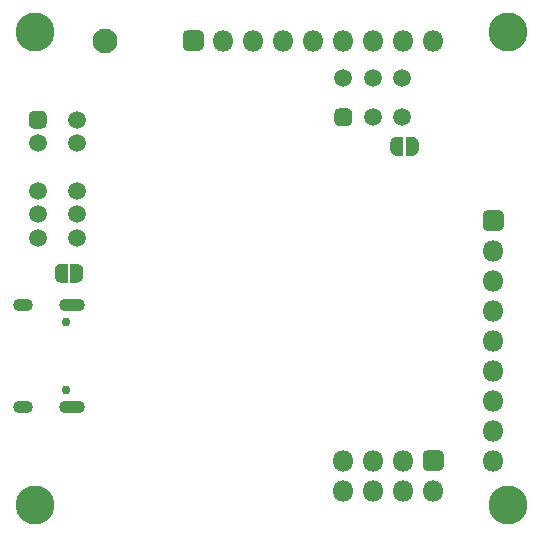
<source format=gbs>
G04 #@! TF.GenerationSoftware,KiCad,Pcbnew,5.1.10*
G04 #@! TF.CreationDate,2021-09-21T16:24:46-07:00*
G04 #@! TF.ProjectId,tigard,74696761-7264-42e6-9b69-6361645f7063,v1.1*
G04 #@! TF.SameCoordinates,Original*
G04 #@! TF.FileFunction,Soldermask,Bot*
G04 #@! TF.FilePolarity,Negative*
%FSLAX46Y46*%
G04 Gerber Fmt 4.6, Leading zero omitted, Abs format (unit mm)*
G04 Created by KiCad (PCBNEW 5.1.10) date 2021-09-21 16:24:46*
%MOMM*%
%LPD*%
G01*
G04 APERTURE LIST*
%ADD10O,2.200000X1.100000*%
%ADD11C,0.750000*%
%ADD12O,1.700000X1.100000*%
%ADD13O,1.800000X1.800000*%
%ADD14C,2.100000*%
%ADD15C,1.500000*%
%ADD16C,0.100000*%
%ADD17C,3.300000*%
G04 APERTURE END LIST*
D10*
X36130000Y-64720000D03*
X36130000Y-56080000D03*
D11*
X35600000Y-57510000D03*
D12*
X31950000Y-56080000D03*
D11*
X35600000Y-63290000D03*
D12*
X31950000Y-64720000D03*
G36*
G01*
X70880000Y-49390000D02*
X70880000Y-48490000D01*
G75*
G02*
X71330000Y-48040000I450000J0D01*
G01*
X72230000Y-48040000D01*
G75*
G02*
X72680000Y-48490000I0J-450000D01*
G01*
X72680000Y-49390000D01*
G75*
G02*
X72230000Y-49840000I-450000J0D01*
G01*
X71330000Y-49840000D01*
G75*
G02*
X70880000Y-49390000I0J450000D01*
G01*
G37*
D13*
X71780000Y-51480000D03*
X71780000Y-54020000D03*
X71780000Y-56560000D03*
X71780000Y-59100000D03*
X71780000Y-61640000D03*
X71780000Y-64180000D03*
X71780000Y-66720000D03*
X71780000Y-69260000D03*
D14*
X38890000Y-33700000D03*
D15*
X64080000Y-40200000D03*
X61580000Y-40200000D03*
G36*
G01*
X58330000Y-40575000D02*
X58330000Y-39825000D01*
G75*
G02*
X58705000Y-39450000I375000J0D01*
G01*
X59455000Y-39450000D01*
G75*
G02*
X59830000Y-39825000I0J-375000D01*
G01*
X59830000Y-40575000D01*
G75*
G02*
X59455000Y-40950000I-375000J0D01*
G01*
X58705000Y-40950000D01*
G75*
G02*
X58330000Y-40575000I0J375000D01*
G01*
G37*
X64080000Y-36900000D03*
X61580000Y-36900000D03*
X59080000Y-36900000D03*
G36*
G01*
X66250000Y-68360000D02*
X67150000Y-68360000D01*
G75*
G02*
X67600000Y-68810000I0J-450000D01*
G01*
X67600000Y-69710000D01*
G75*
G02*
X67150000Y-70160000I-450000J0D01*
G01*
X66250000Y-70160000D01*
G75*
G02*
X65800000Y-69710000I0J450000D01*
G01*
X65800000Y-68810000D01*
G75*
G02*
X66250000Y-68360000I450000J0D01*
G01*
G37*
D13*
X66700000Y-71800000D03*
X64160000Y-69260000D03*
X64160000Y-71800000D03*
X61620000Y-69260000D03*
X61620000Y-71800000D03*
X59080000Y-69260000D03*
X59080000Y-71800000D03*
G36*
G01*
X46830000Y-34600000D02*
X45930000Y-34600000D01*
G75*
G02*
X45480000Y-34150000I0J450000D01*
G01*
X45480000Y-33250000D01*
G75*
G02*
X45930000Y-32800000I450000J0D01*
G01*
X46830000Y-32800000D01*
G75*
G02*
X47280000Y-33250000I0J-450000D01*
G01*
X47280000Y-34150000D01*
G75*
G02*
X46830000Y-34600000I-450000J0D01*
G01*
G37*
X48920000Y-33700000D03*
X51460000Y-33700000D03*
X54000000Y-33700000D03*
X56540000Y-33700000D03*
X59080000Y-33700000D03*
X61620000Y-33700000D03*
X64160000Y-33700000D03*
X66700000Y-33700000D03*
D15*
X33200000Y-50400000D03*
X33200000Y-48400000D03*
X33200000Y-46400000D03*
X33200000Y-42400000D03*
G36*
G01*
X32825000Y-39650000D02*
X33575000Y-39650000D01*
G75*
G02*
X33950000Y-40025000I0J-375000D01*
G01*
X33950000Y-40775000D01*
G75*
G02*
X33575000Y-41150000I-375000J0D01*
G01*
X32825000Y-41150000D01*
G75*
G02*
X32450000Y-40775000I0J375000D01*
G01*
X32450000Y-40025000D01*
G75*
G02*
X32825000Y-39650000I375000J0D01*
G01*
G37*
X36500000Y-50400000D03*
X36500000Y-48400000D03*
X36500000Y-46400000D03*
X36500000Y-42400000D03*
X36500000Y-40400000D03*
D16*
G36*
X35990245Y-54199039D02*
G01*
X35980866Y-54196194D01*
X35972221Y-54191573D01*
X35964645Y-54185355D01*
X35958427Y-54177779D01*
X35953806Y-54169134D01*
X35950961Y-54159755D01*
X35950000Y-54150000D01*
X35950000Y-52650000D01*
X35950961Y-52640245D01*
X35953806Y-52630866D01*
X35958427Y-52622221D01*
X35964645Y-52614645D01*
X35972221Y-52608427D01*
X35980866Y-52603806D01*
X35990245Y-52600961D01*
X36000000Y-52600000D01*
X36500000Y-52600000D01*
X36506111Y-52600602D01*
X36524534Y-52600602D01*
X36529435Y-52600843D01*
X36578266Y-52605653D01*
X36583119Y-52606373D01*
X36631244Y-52615945D01*
X36636005Y-52617137D01*
X36682960Y-52631381D01*
X36687579Y-52633034D01*
X36732912Y-52651811D01*
X36737349Y-52653909D01*
X36780622Y-52677040D01*
X36784829Y-52679562D01*
X36825628Y-52706822D01*
X36829570Y-52709746D01*
X36867499Y-52740874D01*
X36871134Y-52744169D01*
X36905831Y-52778866D01*
X36909126Y-52782501D01*
X36940254Y-52820430D01*
X36943178Y-52824372D01*
X36970438Y-52865171D01*
X36972960Y-52869378D01*
X36996091Y-52912651D01*
X36998189Y-52917088D01*
X37016966Y-52962421D01*
X37018619Y-52967040D01*
X37032863Y-53013995D01*
X37034055Y-53018756D01*
X37043627Y-53066881D01*
X37044347Y-53071734D01*
X37049157Y-53120565D01*
X37049398Y-53125466D01*
X37049398Y-53143889D01*
X37050000Y-53150000D01*
X37050000Y-53650000D01*
X37049398Y-53656111D01*
X37049398Y-53674534D01*
X37049157Y-53679435D01*
X37044347Y-53728266D01*
X37043627Y-53733119D01*
X37034055Y-53781244D01*
X37032863Y-53786005D01*
X37018619Y-53832960D01*
X37016966Y-53837579D01*
X36998189Y-53882912D01*
X36996091Y-53887349D01*
X36972960Y-53930622D01*
X36970438Y-53934829D01*
X36943178Y-53975628D01*
X36940254Y-53979570D01*
X36909126Y-54017499D01*
X36905831Y-54021134D01*
X36871134Y-54055831D01*
X36867499Y-54059126D01*
X36829570Y-54090254D01*
X36825628Y-54093178D01*
X36784829Y-54120438D01*
X36780622Y-54122960D01*
X36737349Y-54146091D01*
X36732912Y-54148189D01*
X36687579Y-54166966D01*
X36682960Y-54168619D01*
X36636005Y-54182863D01*
X36631244Y-54184055D01*
X36583119Y-54193627D01*
X36578266Y-54194347D01*
X36529435Y-54199157D01*
X36524534Y-54199398D01*
X36506111Y-54199398D01*
X36500000Y-54200000D01*
X36000000Y-54200000D01*
X35990245Y-54199039D01*
G37*
G36*
X35193889Y-54199398D02*
G01*
X35175466Y-54199398D01*
X35170565Y-54199157D01*
X35121734Y-54194347D01*
X35116881Y-54193627D01*
X35068756Y-54184055D01*
X35063995Y-54182863D01*
X35017040Y-54168619D01*
X35012421Y-54166966D01*
X34967088Y-54148189D01*
X34962651Y-54146091D01*
X34919378Y-54122960D01*
X34915171Y-54120438D01*
X34874372Y-54093178D01*
X34870430Y-54090254D01*
X34832501Y-54059126D01*
X34828866Y-54055831D01*
X34794169Y-54021134D01*
X34790874Y-54017499D01*
X34759746Y-53979570D01*
X34756822Y-53975628D01*
X34729562Y-53934829D01*
X34727040Y-53930622D01*
X34703909Y-53887349D01*
X34701811Y-53882912D01*
X34683034Y-53837579D01*
X34681381Y-53832960D01*
X34667137Y-53786005D01*
X34665945Y-53781244D01*
X34656373Y-53733119D01*
X34655653Y-53728266D01*
X34650843Y-53679435D01*
X34650602Y-53674534D01*
X34650602Y-53656111D01*
X34650000Y-53650000D01*
X34650000Y-53150000D01*
X34650602Y-53143889D01*
X34650602Y-53125466D01*
X34650843Y-53120565D01*
X34655653Y-53071734D01*
X34656373Y-53066881D01*
X34665945Y-53018756D01*
X34667137Y-53013995D01*
X34681381Y-52967040D01*
X34683034Y-52962421D01*
X34701811Y-52917088D01*
X34703909Y-52912651D01*
X34727040Y-52869378D01*
X34729562Y-52865171D01*
X34756822Y-52824372D01*
X34759746Y-52820430D01*
X34790874Y-52782501D01*
X34794169Y-52778866D01*
X34828866Y-52744169D01*
X34832501Y-52740874D01*
X34870430Y-52709746D01*
X34874372Y-52706822D01*
X34915171Y-52679562D01*
X34919378Y-52677040D01*
X34962651Y-52653909D01*
X34967088Y-52651811D01*
X35012421Y-52633034D01*
X35017040Y-52631381D01*
X35063995Y-52617137D01*
X35068756Y-52615945D01*
X35116881Y-52606373D01*
X35121734Y-52605653D01*
X35170565Y-52600843D01*
X35175466Y-52600602D01*
X35193889Y-52600602D01*
X35200000Y-52600000D01*
X35700000Y-52600000D01*
X35709755Y-52600961D01*
X35719134Y-52603806D01*
X35727779Y-52608427D01*
X35735355Y-52614645D01*
X35741573Y-52622221D01*
X35746194Y-52630866D01*
X35749039Y-52640245D01*
X35750000Y-52650000D01*
X35750000Y-54150000D01*
X35749039Y-54159755D01*
X35746194Y-54169134D01*
X35741573Y-54177779D01*
X35735355Y-54185355D01*
X35727779Y-54191573D01*
X35719134Y-54196194D01*
X35709755Y-54199039D01*
X35700000Y-54200000D01*
X35200000Y-54200000D01*
X35193889Y-54199398D01*
G37*
G36*
X64390245Y-43449039D02*
G01*
X64380866Y-43446194D01*
X64372221Y-43441573D01*
X64364645Y-43435355D01*
X64358427Y-43427779D01*
X64353806Y-43419134D01*
X64350961Y-43409755D01*
X64350000Y-43400000D01*
X64350000Y-41900000D01*
X64350961Y-41890245D01*
X64353806Y-41880866D01*
X64358427Y-41872221D01*
X64364645Y-41864645D01*
X64372221Y-41858427D01*
X64380866Y-41853806D01*
X64390245Y-41850961D01*
X64400000Y-41850000D01*
X64900000Y-41850000D01*
X64906111Y-41850602D01*
X64924534Y-41850602D01*
X64929435Y-41850843D01*
X64978266Y-41855653D01*
X64983119Y-41856373D01*
X65031244Y-41865945D01*
X65036005Y-41867137D01*
X65082960Y-41881381D01*
X65087579Y-41883034D01*
X65132912Y-41901811D01*
X65137349Y-41903909D01*
X65180622Y-41927040D01*
X65184829Y-41929562D01*
X65225628Y-41956822D01*
X65229570Y-41959746D01*
X65267499Y-41990874D01*
X65271134Y-41994169D01*
X65305831Y-42028866D01*
X65309126Y-42032501D01*
X65340254Y-42070430D01*
X65343178Y-42074372D01*
X65370438Y-42115171D01*
X65372960Y-42119378D01*
X65396091Y-42162651D01*
X65398189Y-42167088D01*
X65416966Y-42212421D01*
X65418619Y-42217040D01*
X65432863Y-42263995D01*
X65434055Y-42268756D01*
X65443627Y-42316881D01*
X65444347Y-42321734D01*
X65449157Y-42370565D01*
X65449398Y-42375466D01*
X65449398Y-42393889D01*
X65450000Y-42400000D01*
X65450000Y-42900000D01*
X65449398Y-42906111D01*
X65449398Y-42924534D01*
X65449157Y-42929435D01*
X65444347Y-42978266D01*
X65443627Y-42983119D01*
X65434055Y-43031244D01*
X65432863Y-43036005D01*
X65418619Y-43082960D01*
X65416966Y-43087579D01*
X65398189Y-43132912D01*
X65396091Y-43137349D01*
X65372960Y-43180622D01*
X65370438Y-43184829D01*
X65343178Y-43225628D01*
X65340254Y-43229570D01*
X65309126Y-43267499D01*
X65305831Y-43271134D01*
X65271134Y-43305831D01*
X65267499Y-43309126D01*
X65229570Y-43340254D01*
X65225628Y-43343178D01*
X65184829Y-43370438D01*
X65180622Y-43372960D01*
X65137349Y-43396091D01*
X65132912Y-43398189D01*
X65087579Y-43416966D01*
X65082960Y-43418619D01*
X65036005Y-43432863D01*
X65031244Y-43434055D01*
X64983119Y-43443627D01*
X64978266Y-43444347D01*
X64929435Y-43449157D01*
X64924534Y-43449398D01*
X64906111Y-43449398D01*
X64900000Y-43450000D01*
X64400000Y-43450000D01*
X64390245Y-43449039D01*
G37*
G36*
X63593889Y-43449398D02*
G01*
X63575466Y-43449398D01*
X63570565Y-43449157D01*
X63521734Y-43444347D01*
X63516881Y-43443627D01*
X63468756Y-43434055D01*
X63463995Y-43432863D01*
X63417040Y-43418619D01*
X63412421Y-43416966D01*
X63367088Y-43398189D01*
X63362651Y-43396091D01*
X63319378Y-43372960D01*
X63315171Y-43370438D01*
X63274372Y-43343178D01*
X63270430Y-43340254D01*
X63232501Y-43309126D01*
X63228866Y-43305831D01*
X63194169Y-43271134D01*
X63190874Y-43267499D01*
X63159746Y-43229570D01*
X63156822Y-43225628D01*
X63129562Y-43184829D01*
X63127040Y-43180622D01*
X63103909Y-43137349D01*
X63101811Y-43132912D01*
X63083034Y-43087579D01*
X63081381Y-43082960D01*
X63067137Y-43036005D01*
X63065945Y-43031244D01*
X63056373Y-42983119D01*
X63055653Y-42978266D01*
X63050843Y-42929435D01*
X63050602Y-42924534D01*
X63050602Y-42906111D01*
X63050000Y-42900000D01*
X63050000Y-42400000D01*
X63050602Y-42393889D01*
X63050602Y-42375466D01*
X63050843Y-42370565D01*
X63055653Y-42321734D01*
X63056373Y-42316881D01*
X63065945Y-42268756D01*
X63067137Y-42263995D01*
X63081381Y-42217040D01*
X63083034Y-42212421D01*
X63101811Y-42167088D01*
X63103909Y-42162651D01*
X63127040Y-42119378D01*
X63129562Y-42115171D01*
X63156822Y-42074372D01*
X63159746Y-42070430D01*
X63190874Y-42032501D01*
X63194169Y-42028866D01*
X63228866Y-41994169D01*
X63232501Y-41990874D01*
X63270430Y-41959746D01*
X63274372Y-41956822D01*
X63315171Y-41929562D01*
X63319378Y-41927040D01*
X63362651Y-41903909D01*
X63367088Y-41901811D01*
X63412421Y-41883034D01*
X63417040Y-41881381D01*
X63463995Y-41867137D01*
X63468756Y-41865945D01*
X63516881Y-41856373D01*
X63521734Y-41855653D01*
X63570565Y-41850843D01*
X63575466Y-41850602D01*
X63593889Y-41850602D01*
X63600000Y-41850000D01*
X64100000Y-41850000D01*
X64109755Y-41850961D01*
X64119134Y-41853806D01*
X64127779Y-41858427D01*
X64135355Y-41864645D01*
X64141573Y-41872221D01*
X64146194Y-41880866D01*
X64149039Y-41890245D01*
X64150000Y-41900000D01*
X64150000Y-43400000D01*
X64149039Y-43409755D01*
X64146194Y-43419134D01*
X64141573Y-43427779D01*
X64135355Y-43435355D01*
X64127779Y-43441573D01*
X64119134Y-43446194D01*
X64109755Y-43449039D01*
X64100000Y-43450000D01*
X63600000Y-43450000D01*
X63593889Y-43449398D01*
G37*
D17*
X33000000Y-33000000D03*
X73000000Y-33000000D03*
X33000000Y-73000000D03*
X73000000Y-73000000D03*
M02*

</source>
